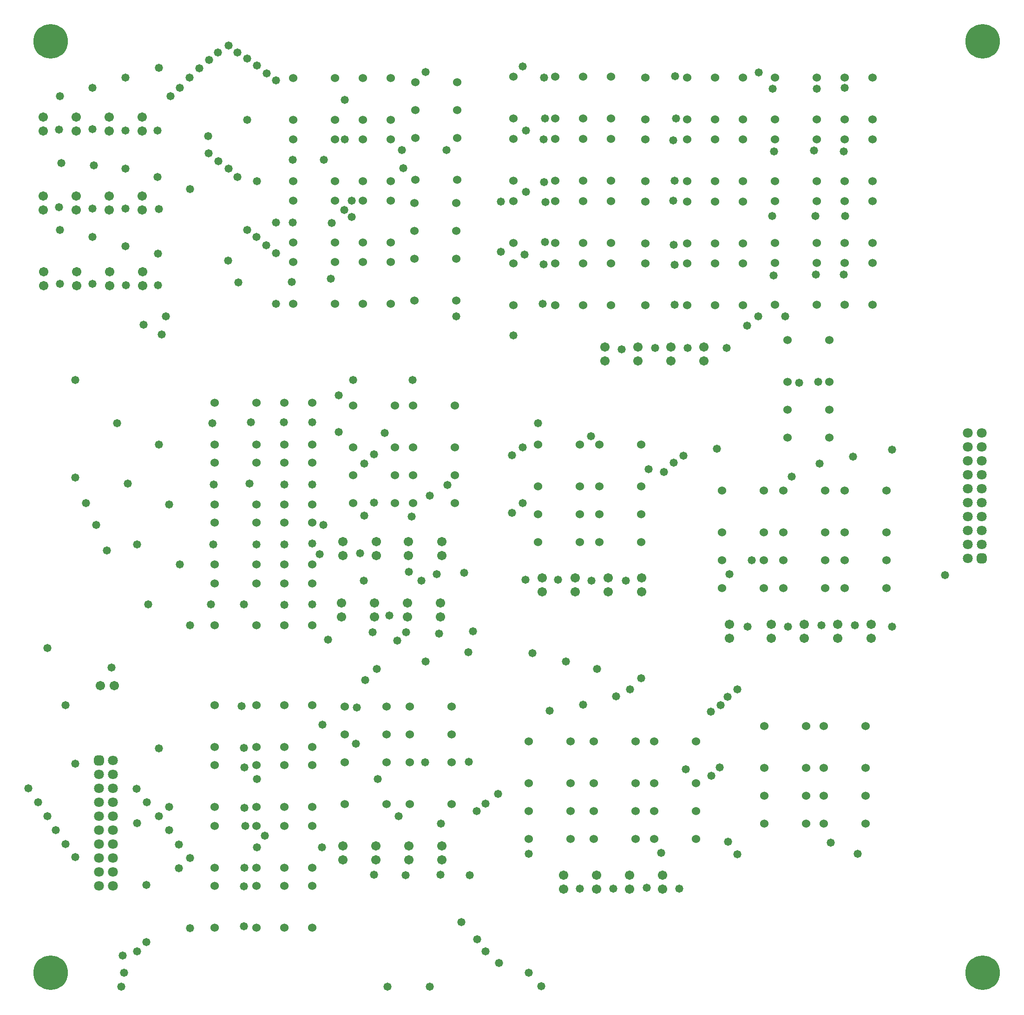
<source format=gts>
G04*
G04 #@! TF.GenerationSoftware,Altium Limited,Altium Designer,25.5.2 (35)*
G04*
G04 Layer_Color=8388736*
%FSLAX25Y25*%
%MOIN*%
G70*
G04*
G04 #@! TF.SameCoordinates,EC32A686-E373-4CB4-AF31-63D9CFDA87CC*
G04*
G04*
G04 #@! TF.FilePolarity,Negative*
G04*
G01*
G75*
%ADD20C,0.07099*%
G04:AMPARAMS|DCode=21|XSize=70.99mil|YSize=70.99mil|CornerRadius=19.75mil|HoleSize=0mil|Usage=FLASHONLY|Rotation=270.000|XOffset=0mil|YOffset=0mil|HoleType=Round|Shape=RoundedRectangle|*
%AMROUNDEDRECTD21*
21,1,0.07099,0.03150,0,0,270.0*
21,1,0.03150,0.07099,0,0,270.0*
1,1,0.03950,-0.01575,-0.01575*
1,1,0.03950,-0.01575,0.01575*
1,1,0.03950,0.01575,0.01575*
1,1,0.03950,0.01575,-0.01575*
%
%ADD21ROUNDEDRECTD21*%
%ADD22C,0.06706*%
%ADD23C,0.06000*%
%ADD24C,0.05800*%
%ADD25C,0.24800*%
D20*
X154500Y222500D02*
D03*
X164500Y232500D02*
D03*
X154500Y252500D02*
D03*
X164500Y242500D02*
D03*
Y202500D02*
D03*
Y212500D02*
D03*
Y222500D02*
D03*
X154500Y202500D02*
D03*
X164500Y252500D02*
D03*
X154500Y212500D02*
D03*
Y232500D02*
D03*
Y242500D02*
D03*
X164500Y272500D02*
D03*
X154500Y262500D02*
D03*
X164500D02*
D03*
X154500Y182500D02*
D03*
X164500D02*
D03*
Y192500D02*
D03*
X154500D02*
D03*
X788000Y507500D02*
D03*
X778000D02*
D03*
X788000Y497500D02*
D03*
X778000D02*
D03*
Y427500D02*
D03*
X788000D02*
D03*
X778000Y417500D02*
D03*
Y437500D02*
D03*
Y447500D02*
D03*
Y467500D02*
D03*
Y457500D02*
D03*
Y487500D02*
D03*
X788000D02*
D03*
Y437500D02*
D03*
Y447500D02*
D03*
Y457500D02*
D03*
Y467500D02*
D03*
Y477500D02*
D03*
X778000D02*
D03*
D21*
X154500Y272500D02*
D03*
X788000Y417500D02*
D03*
D22*
X376500Y429500D02*
D03*
Y419500D02*
D03*
X353500Y429500D02*
D03*
Y419500D02*
D03*
X329500Y429500D02*
D03*
Y419500D02*
D03*
X400500Y429500D02*
D03*
Y419500D02*
D03*
X185500Y734000D02*
D03*
X637000Y360000D02*
D03*
X165500Y326167D02*
D03*
X138167Y724000D02*
D03*
X564833Y569000D02*
D03*
X708500Y370000D02*
D03*
X684500D02*
D03*
X588500Y569000D02*
D03*
X161833Y724000D02*
D03*
X114500Y667500D02*
D03*
X161833D02*
D03*
X155500Y326167D02*
D03*
X352167Y385500D02*
D03*
X138167Y667500D02*
D03*
X328500Y375500D02*
D03*
X138667Y613000D02*
D03*
X186000Y623000D02*
D03*
Y613000D02*
D03*
X138667Y623000D02*
D03*
X162333D02*
D03*
Y613000D02*
D03*
X115000Y623000D02*
D03*
X511667Y180000D02*
D03*
Y190000D02*
D03*
X535333Y180000D02*
D03*
Y190000D02*
D03*
X559000Y180000D02*
D03*
Y190000D02*
D03*
X488000Y180000D02*
D03*
Y190000D02*
D03*
X185500Y667500D02*
D03*
X114500Y724000D02*
D03*
X376833Y211000D02*
D03*
Y201000D02*
D03*
X329500Y211000D02*
D03*
Y201000D02*
D03*
X353167Y211000D02*
D03*
Y201000D02*
D03*
X400500Y211000D02*
D03*
Y201000D02*
D03*
X328500Y385500D02*
D03*
X375833D02*
D03*
Y375500D02*
D03*
X399500Y385500D02*
D03*
Y375500D02*
D03*
X352167D02*
D03*
X660667Y360000D02*
D03*
Y370000D02*
D03*
X684500Y360000D02*
D03*
X637000Y370000D02*
D03*
X708500Y360000D02*
D03*
X517500Y569000D02*
D03*
X541167D02*
D03*
X115000Y613000D02*
D03*
X496167Y403500D02*
D03*
X472500D02*
D03*
X588500Y559000D02*
D03*
X541167D02*
D03*
X517500D02*
D03*
X564833D02*
D03*
X496167Y393500D02*
D03*
X519833D02*
D03*
Y403500D02*
D03*
X472500Y393500D02*
D03*
X606833Y360000D02*
D03*
Y370000D02*
D03*
X161833Y734000D02*
D03*
X138167D02*
D03*
X185500Y724000D02*
D03*
X114500Y734000D02*
D03*
X544000Y393500D02*
D03*
Y403500D02*
D03*
X114500Y677500D02*
D03*
X138167D02*
D03*
X161833D02*
D03*
X185500D02*
D03*
D23*
X639500Y762500D02*
D03*
Y673833D02*
D03*
Y718167D02*
D03*
X616500Y673500D02*
D03*
Y762500D02*
D03*
X596500Y732500D02*
D03*
X616500Y718000D02*
D03*
X596500Y688000D02*
D03*
X639500Y629500D02*
D03*
X616500Y629000D02*
D03*
X596500Y599000D02*
D03*
Y643500D02*
D03*
X522000Y718333D02*
D03*
Y763000D02*
D03*
X502000Y733000D02*
D03*
X522000Y673667D02*
D03*
X502000Y688333D02*
D03*
X522000Y629000D02*
D03*
X502000Y643667D02*
D03*
Y599000D02*
D03*
X678500Y504000D02*
D03*
X719500Y466000D02*
D03*
X675500D02*
D03*
X648500Y524000D02*
D03*
X631500Y466000D02*
D03*
X704500Y297000D02*
D03*
X662000D02*
D03*
X543500Y499000D02*
D03*
X539500Y286000D02*
D03*
X499500Y499000D02*
D03*
X583000Y286000D02*
D03*
Y236000D02*
D03*
X493000Y286000D02*
D03*
X364000Y718000D02*
D03*
Y762000D02*
D03*
X381500Y689000D02*
D03*
X364000Y674000D02*
D03*
Y630000D02*
D03*
X294000Y762000D02*
D03*
Y718000D02*
D03*
Y674000D02*
D03*
Y630000D02*
D03*
X410000Y527000D02*
D03*
X381000Y602500D02*
D03*
X367000Y527000D02*
D03*
X287500Y529000D02*
D03*
Y486000D02*
D03*
Y443000D02*
D03*
X237500Y529000D02*
D03*
Y443000D02*
D03*
Y486000D02*
D03*
X377500Y241000D02*
D03*
X287500Y399500D02*
D03*
X307500Y312000D02*
D03*
Y269000D02*
D03*
X287500Y282000D02*
D03*
X237500Y399500D02*
D03*
X331000Y241000D02*
D03*
X307500Y225500D02*
D03*
X287500Y239000D02*
D03*
Y195500D02*
D03*
X307500Y182500D02*
D03*
X287500Y152500D02*
D03*
X482000Y718333D02*
D03*
Y688333D02*
D03*
X452000Y718333D02*
D03*
X502000D02*
D03*
X452000Y688333D02*
D03*
X522000D02*
D03*
X546500Y599000D02*
D03*
X482000D02*
D03*
X452000Y629000D02*
D03*
X411000Y632500D02*
D03*
X639500Y599500D02*
D03*
X482000Y629000D02*
D03*
X307500Y369500D02*
D03*
Y413000D02*
D03*
Y456000D02*
D03*
Y499000D02*
D03*
X648500Y504000D02*
D03*
X344000Y630000D02*
D03*
Y718000D02*
D03*
Y762000D02*
D03*
Y674000D02*
D03*
X616500Y732500D02*
D03*
X709500Y732500D02*
D03*
X522000Y733000D02*
D03*
X616500Y688000D02*
D03*
X709500Y688167D02*
D03*
X616500Y643500D02*
D03*
X709500Y643833D02*
D03*
X522000Y643667D02*
D03*
X616500Y599000D02*
D03*
X709500Y599500D02*
D03*
X522000Y599000D02*
D03*
X307500Y152500D02*
D03*
X287500Y182500D02*
D03*
Y269000D02*
D03*
X307500Y239000D02*
D03*
Y195500D02*
D03*
X287500Y225500D02*
D03*
Y312000D02*
D03*
X307500Y282000D02*
D03*
X719500Y436000D02*
D03*
Y416000D02*
D03*
Y396000D02*
D03*
X689500D02*
D03*
Y416000D02*
D03*
Y436000D02*
D03*
Y466000D02*
D03*
X645500D02*
D03*
X601500D02*
D03*
X576500Y688000D02*
D03*
X674500Y267000D02*
D03*
X704500D02*
D03*
X576500Y732500D02*
D03*
Y762500D02*
D03*
X546500Y732500D02*
D03*
X596500Y762500D02*
D03*
X546500D02*
D03*
X482000Y733000D02*
D03*
X674500Y297000D02*
D03*
X648500Y574000D02*
D03*
X632000Y297000D02*
D03*
X411500Y689000D02*
D03*
X411000Y602500D02*
D03*
X689500Y732500D02*
D03*
X583000Y256000D02*
D03*
Y216000D02*
D03*
X553000D02*
D03*
Y236000D02*
D03*
Y256000D02*
D03*
Y286000D02*
D03*
X502000Y763000D02*
D03*
X452000Y733000D02*
D03*
X307500Y529000D02*
D03*
X463000Y216000D02*
D03*
X287500Y499000D02*
D03*
X237500Y312000D02*
D03*
X502000Y673667D02*
D03*
X452000Y643667D02*
D03*
X307500Y443000D02*
D03*
X509500Y236000D02*
D03*
X287500Y413000D02*
D03*
X237500Y225500D02*
D03*
X367000Y457000D02*
D03*
X267500Y499000D02*
D03*
Y529000D02*
D03*
X237500Y499000D02*
D03*
X267500Y486000D02*
D03*
Y456000D02*
D03*
X307500Y486000D02*
D03*
X237500Y456000D02*
D03*
X287500D02*
D03*
Y369500D02*
D03*
X539500Y236000D02*
D03*
X237500Y269000D02*
D03*
X337000Y457000D02*
D03*
Y477000D02*
D03*
X411500Y739000D02*
D03*
X294000Y688000D02*
D03*
X237500Y239000D02*
D03*
X307500Y399500D02*
D03*
X324000Y718000D02*
D03*
X364000Y688000D02*
D03*
X344000D02*
D03*
X324000D02*
D03*
X381000Y652500D02*
D03*
X294000Y644000D02*
D03*
X237500Y413000D02*
D03*
Y195500D02*
D03*
X411000Y652500D02*
D03*
X294000Y600000D02*
D03*
X237500Y369500D02*
D03*
Y152500D02*
D03*
X539500Y256000D02*
D03*
Y216000D02*
D03*
X509500D02*
D03*
Y256000D02*
D03*
Y286000D02*
D03*
X493000Y256000D02*
D03*
Y236000D02*
D03*
Y216000D02*
D03*
X463000Y236000D02*
D03*
Y256000D02*
D03*
Y286000D02*
D03*
X674500Y227000D02*
D03*
X601500Y396000D02*
D03*
X502000Y629000D02*
D03*
X452000Y599000D02*
D03*
X237500Y182500D02*
D03*
X662000Y227000D02*
D03*
X337000Y527000D02*
D03*
X407500Y241000D02*
D03*
X380000Y527000D02*
D03*
X361000Y241000D02*
D03*
X632000Y227000D02*
D03*
X704500D02*
D03*
X410000Y497000D02*
D03*
Y477000D02*
D03*
Y457000D02*
D03*
X380000D02*
D03*
Y477000D02*
D03*
Y497000D02*
D03*
X367000D02*
D03*
Y477000D02*
D03*
X337000Y497000D02*
D03*
X267500Y269000D02*
D03*
Y239000D02*
D03*
Y312000D02*
D03*
Y282000D02*
D03*
X237500D02*
D03*
X331000Y271000D02*
D03*
Y291000D02*
D03*
Y311000D02*
D03*
X361000D02*
D03*
Y291000D02*
D03*
Y271000D02*
D03*
X377500D02*
D03*
Y291000D02*
D03*
Y311000D02*
D03*
X407500D02*
D03*
Y291000D02*
D03*
Y271000D02*
D03*
X267500Y399500D02*
D03*
Y369500D02*
D03*
Y413000D02*
D03*
Y443000D02*
D03*
Y225500D02*
D03*
Y195500D02*
D03*
Y182500D02*
D03*
Y152500D02*
D03*
X324000Y630000D02*
D03*
X364000Y600000D02*
D03*
X344000D02*
D03*
X324000D02*
D03*
X648500Y544000D02*
D03*
X678500Y524000D02*
D03*
Y544000D02*
D03*
Y574000D02*
D03*
X469500Y499000D02*
D03*
Y469000D02*
D03*
Y449000D02*
D03*
Y429000D02*
D03*
X499500D02*
D03*
Y449000D02*
D03*
Y469000D02*
D03*
X513500Y499000D02*
D03*
Y469000D02*
D03*
Y449000D02*
D03*
Y429000D02*
D03*
X543500D02*
D03*
Y449000D02*
D03*
Y469000D02*
D03*
X645500Y436000D02*
D03*
Y416000D02*
D03*
Y396000D02*
D03*
X675500D02*
D03*
Y416000D02*
D03*
Y436000D02*
D03*
X632000Y267000D02*
D03*
Y247000D02*
D03*
X662000D02*
D03*
Y267000D02*
D03*
X674500Y247000D02*
D03*
X704500D02*
D03*
X411500Y719000D02*
D03*
Y759000D02*
D03*
X381500D02*
D03*
Y739000D02*
D03*
Y719000D02*
D03*
X411000Y672500D02*
D03*
X381000D02*
D03*
Y632500D02*
D03*
X324000Y644000D02*
D03*
X344000D02*
D03*
X364000D02*
D03*
X324000Y674000D02*
D03*
X294000Y732000D02*
D03*
X324000D02*
D03*
X344000D02*
D03*
X364000D02*
D03*
X324000Y762000D02*
D03*
X576500Y599000D02*
D03*
Y643500D02*
D03*
X452000Y673667D02*
D03*
Y763000D02*
D03*
X601500Y436000D02*
D03*
Y416000D02*
D03*
X631500Y396000D02*
D03*
Y416000D02*
D03*
Y436000D02*
D03*
X669500Y599500D02*
D03*
X689500D02*
D03*
X709500Y629500D02*
D03*
X689500D02*
D03*
X669500D02*
D03*
X596500Y629000D02*
D03*
X576500D02*
D03*
X546500D02*
D03*
X482000Y643667D02*
D03*
Y673667D02*
D03*
X639500Y643833D02*
D03*
X669500D02*
D03*
X689500D02*
D03*
X709500Y673833D02*
D03*
X689500D02*
D03*
X669500D02*
D03*
X546500Y643500D02*
D03*
X596500Y673500D02*
D03*
X576500D02*
D03*
X546500D02*
D03*
X639500Y688167D02*
D03*
X669500D02*
D03*
X689500D02*
D03*
X709500Y718167D02*
D03*
X689500D02*
D03*
X669500D02*
D03*
X546500Y688000D02*
D03*
X596500Y718000D02*
D03*
X576500D02*
D03*
X546500D02*
D03*
X482000Y763000D02*
D03*
X639500Y732500D02*
D03*
X669500D02*
D03*
X709500Y762500D02*
D03*
X689500D02*
D03*
X669500D02*
D03*
D24*
X273500Y218500D02*
D03*
X233000Y720500D02*
D03*
X331000Y718000D02*
D03*
X452000Y577500D02*
D03*
X137750Y475500D02*
D03*
X145227Y457000D02*
D03*
X152705Y441500D02*
D03*
X160182Y423000D02*
D03*
X529500Y567500D02*
D03*
X163500Y339000D02*
D03*
X126500Y614500D02*
D03*
X150000D02*
D03*
X174000Y613500D02*
D03*
X197000D02*
D03*
X173500Y668500D02*
D03*
X197500Y668000D02*
D03*
X150000Y668500D02*
D03*
X126000Y669500D02*
D03*
X196500Y724500D02*
D03*
X126000Y725000D02*
D03*
X150000Y725500D02*
D03*
X173500Y724500D02*
D03*
X620000Y368500D02*
D03*
X649000D02*
D03*
X673000Y369500D02*
D03*
X697000D02*
D03*
X723500Y368500D02*
D03*
X571000Y180500D02*
D03*
X547500Y181000D02*
D03*
X523500Y180500D02*
D03*
X499500D02*
D03*
X259000Y267500D02*
D03*
Y238500D02*
D03*
X257000Y311500D02*
D03*
X258500Y281500D02*
D03*
Y153500D02*
D03*
X259000Y195500D02*
D03*
X259500Y225500D02*
D03*
X568000Y763500D02*
D03*
X568500Y733000D02*
D03*
X567500Y688500D02*
D03*
Y628000D02*
D03*
Y599500D02*
D03*
X566500Y717500D02*
D03*
Y674000D02*
D03*
X474000Y762500D02*
D03*
X474500Y733000D02*
D03*
X473500Y718000D02*
D03*
X475000Y673000D02*
D03*
X474000Y687500D02*
D03*
X567000Y642500D02*
D03*
X474500Y644500D02*
D03*
X473500Y628500D02*
D03*
X473000Y600000D02*
D03*
X670500Y544000D02*
D03*
X657000Y543500D02*
D03*
X577000Y568500D02*
D03*
X553500D02*
D03*
X605000D02*
D03*
X532500Y401500D02*
D03*
X508000D02*
D03*
X484000Y402000D02*
D03*
X342000Y421000D02*
D03*
X460500Y402000D02*
D03*
X416500Y407000D02*
D03*
X397000Y406000D02*
D03*
X423000Y365000D02*
D03*
X398500Y363500D02*
D03*
X377000Y407900D02*
D03*
X375000Y364500D02*
D03*
X351000D02*
D03*
X420500Y190000D02*
D03*
X399500Y190500D02*
D03*
X374500Y190000D02*
D03*
X352000Y190500D02*
D03*
X258500Y182000D02*
D03*
X314500Y210000D02*
D03*
X268000D02*
D03*
X281500Y760500D02*
D03*
X275000Y765500D02*
D03*
X268000Y771000D02*
D03*
X261000Y776000D02*
D03*
X254000Y780500D02*
D03*
X247500Y785500D02*
D03*
X240000Y780500D02*
D03*
X233500Y775000D02*
D03*
X489500Y343500D02*
D03*
X469500Y514500D02*
D03*
X199500Y578000D02*
D03*
X761500Y405500D02*
D03*
X606833Y406000D02*
D03*
X623000Y416000D02*
D03*
X723500Y495500D02*
D03*
X671500Y485500D02*
D03*
X593500Y307500D02*
D03*
X605500Y318000D02*
D03*
X651500Y476000D02*
D03*
X560000Y479500D02*
D03*
X567000Y486000D02*
D03*
X695500Y490500D02*
D03*
X574000Y491000D02*
D03*
X598000Y496000D02*
D03*
X619500Y584500D02*
D03*
X212500Y755000D02*
D03*
X186500Y585000D02*
D03*
X150000Y755000D02*
D03*
X111000Y242500D02*
D03*
X627500Y591000D02*
D03*
X575500Y266000D02*
D03*
X612500Y323500D02*
D03*
X117500Y353000D02*
D03*
X689500Y755000D02*
D03*
X669500Y754500D02*
D03*
X637822D02*
D03*
X628000Y766000D02*
D03*
X647000Y591000D02*
D03*
X219500Y762500D02*
D03*
X220000Y682500D02*
D03*
X173500Y762500D02*
D03*
X411000Y591000D02*
D03*
X202500D02*
D03*
X117500Y232500D02*
D03*
X460000Y635500D02*
D03*
X461000Y680500D02*
D03*
Y724500D02*
D03*
X689000Y621000D02*
D03*
X669000D02*
D03*
X638500Y620500D02*
D03*
X690000Y663000D02*
D03*
X668500D02*
D03*
X637500D02*
D03*
X689000Y709500D02*
D03*
X667500Y710000D02*
D03*
X639000Y709500D02*
D03*
X458500Y770500D02*
D03*
X699000Y205500D02*
D03*
X612500Y205000D02*
D03*
X535500Y323500D02*
D03*
X525500Y318500D02*
D03*
X600500Y312000D02*
D03*
X502000Y312500D02*
D03*
X679500Y213500D02*
D03*
X606000Y214000D02*
D03*
X600000Y267500D02*
D03*
X594000Y261500D02*
D03*
X478000Y308000D02*
D03*
X389000Y766500D02*
D03*
X443000Y673500D02*
D03*
Y637500D02*
D03*
X379500Y545500D02*
D03*
X137500D02*
D03*
X337000D02*
D03*
X326500Y508000D02*
D03*
Y534500D02*
D03*
X361500Y110000D02*
D03*
X392000D02*
D03*
X472000Y110500D02*
D03*
X170500Y110000D02*
D03*
X463000Y120000D02*
D03*
X441500Y127250D02*
D03*
X171500Y132500D02*
D03*
X172500Y120000D02*
D03*
X558000Y206000D02*
D03*
X463000Y205500D02*
D03*
X307500Y515000D02*
D03*
X287429Y514929D02*
D03*
X233407Y708000D02*
D03*
X263500Y515000D02*
D03*
X127500Y701000D02*
D03*
X167659Y514500D02*
D03*
X236000D02*
D03*
X130500Y312000D02*
D03*
Y212500D02*
D03*
X432000Y135500D02*
D03*
X307500Y428000D02*
D03*
X287500Y427500D02*
D03*
X267500D02*
D03*
X432000Y241500D02*
D03*
X247500Y697000D02*
D03*
X247148Y631000D02*
D03*
X182000Y427500D02*
D03*
X236500D02*
D03*
X173500Y697000D02*
D03*
X181500Y252000D02*
D03*
X182000Y227500D02*
D03*
Y135500D02*
D03*
X441000Y248500D02*
D03*
X425500Y236000D02*
D03*
X426000Y144000D02*
D03*
X188500Y142000D02*
D03*
X549000Y481500D02*
D03*
X507500Y505000D02*
D03*
X451000Y450000D02*
D03*
Y491500D02*
D03*
X458500Y457000D02*
D03*
Y497000D02*
D03*
X359500Y507500D02*
D03*
X352000Y492000D02*
D03*
X392000Y462500D02*
D03*
X352000Y457500D02*
D03*
X404500Y470000D02*
D03*
X363000Y376500D02*
D03*
X379000Y447500D02*
D03*
X386000Y401500D02*
D03*
X368500Y358500D02*
D03*
X344500Y401500D02*
D03*
X319000Y359000D02*
D03*
X315500Y441500D02*
D03*
X313000Y420500D02*
D03*
X345000Y485500D02*
D03*
Y448000D02*
D03*
X287500Y470500D02*
D03*
X262500Y471000D02*
D03*
X316000Y703500D02*
D03*
X293500Y703350D02*
D03*
X307500Y470500D02*
D03*
X240278Y702500D02*
D03*
X175136Y471000D02*
D03*
X237000Y470500D02*
D03*
X151000Y699500D02*
D03*
X137500Y270000D02*
D03*
Y203000D02*
D03*
X373000Y697500D02*
D03*
X372000Y710500D02*
D03*
X404000D02*
D03*
X268000Y688000D02*
D03*
X267759Y648000D02*
D03*
X150000D02*
D03*
X205000Y456000D02*
D03*
Y222500D02*
D03*
Y239000D02*
D03*
X465500Y349500D02*
D03*
X419500Y350000D02*
D03*
X420000Y271500D02*
D03*
X389000Y343500D02*
D03*
X388500Y271000D02*
D03*
X512000Y338000D02*
D03*
X354000D02*
D03*
X543500Y331500D02*
D03*
X345500Y330000D02*
D03*
X339000Y284500D02*
D03*
X315000Y298000D02*
D03*
X414500Y156500D02*
D03*
X400000Y227000D02*
D03*
X369500Y232500D02*
D03*
X354500Y259000D02*
D03*
X268000D02*
D03*
X339500Y310500D02*
D03*
X321500Y658000D02*
D03*
X336000Y662500D02*
D03*
X330500Y667500D02*
D03*
X293500Y658500D02*
D03*
X281500D02*
D03*
X336000Y674000D02*
D03*
X331000Y746500D02*
D03*
X321000Y618000D02*
D03*
X293000Y615650D02*
D03*
X254500Y615500D02*
D03*
X261000Y732000D02*
D03*
X281500Y600000D02*
D03*
X212500Y413000D02*
D03*
X235000Y384500D02*
D03*
X258500D02*
D03*
X307500D02*
D03*
X197500Y232500D02*
D03*
X190000Y384500D02*
D03*
X287500Y384000D02*
D03*
X197500Y499000D02*
D03*
X220000Y369500D02*
D03*
X126500Y653000D02*
D03*
X260889D02*
D03*
X173500Y641500D02*
D03*
X274629Y642000D02*
D03*
X281500Y636500D02*
D03*
X197000Y636000D02*
D03*
X226500Y769000D02*
D03*
X206000Y749000D02*
D03*
X254000Y691000D02*
D03*
X196500D02*
D03*
X197500Y769500D02*
D03*
X126500Y749000D02*
D03*
X212000Y195000D02*
D03*
Y212000D02*
D03*
X220000Y202500D02*
D03*
Y152000D02*
D03*
X197500Y281000D02*
D03*
X188500Y183000D02*
D03*
X104000Y252500D02*
D03*
X123500Y222500D02*
D03*
X189000Y242500D02*
D03*
D25*
X120000Y120000D02*
D03*
X788500Y788500D02*
D03*
Y120000D02*
D03*
X120000Y788500D02*
D03*
M02*

</source>
